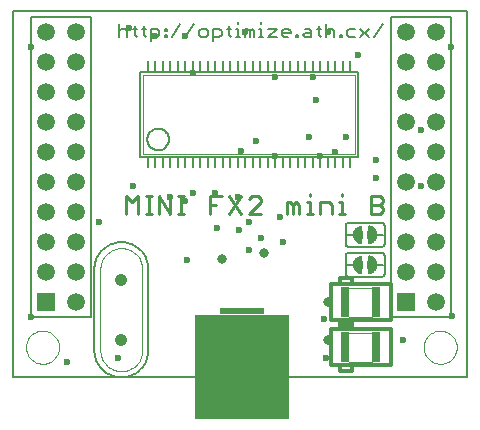
<source format=gbr>
G75*
G70*
%OFA0B0*%
%FSLAX24Y24*%
%IPPOS*%
%LPD*%
%AMOC8*
5,1,8,0,0,1.08239X$1,22.5*
%
%ADD10C,0.0079*%
%ADD11C,0.0110*%
%ADD12C,0.0080*%
%ADD13C,0.0000*%
%ADD14C,0.0060*%
%ADD15C,0.0020*%
%ADD16R,0.0080X0.0330*%
%ADD17C,0.0413*%
%ADD18C,0.0040*%
%ADD19R,0.0295X0.1024*%
%ADD20C,0.0120*%
%ADD21R,0.0591X0.0591*%
%ADD22C,0.0591*%
%ADD23C,0.0050*%
%ADD24R,0.3150X0.3504*%
%ADD25R,0.1496X0.0236*%
%ADD26C,0.0236*%
%ADD27C,0.0315*%
D10*
X002711Y001532D02*
X002711Y013737D01*
X017869Y013737D01*
X017869Y001532D01*
X002711Y001532D01*
D11*
X006502Y006966D02*
X006502Y007556D01*
X006699Y007360D01*
X006896Y007556D01*
X006896Y006966D01*
X007147Y006966D02*
X007344Y006966D01*
X007245Y006966D02*
X007245Y007556D01*
X007147Y007556D02*
X007344Y007556D01*
X007577Y007556D02*
X007970Y006966D01*
X007970Y007556D01*
X008221Y007556D02*
X008418Y007556D01*
X008320Y007556D02*
X008320Y006966D01*
X008418Y006966D02*
X008221Y006966D01*
X007577Y006966D02*
X007577Y007556D01*
X009295Y007556D02*
X009295Y006966D01*
X009295Y007261D02*
X009492Y007261D01*
X009295Y007556D02*
X009689Y007556D01*
X009940Y007556D02*
X010334Y006966D01*
X010584Y006966D02*
X010978Y007360D01*
X010978Y007458D01*
X010880Y007556D01*
X010683Y007556D01*
X010584Y007458D01*
X010334Y007556D02*
X009940Y006966D01*
X010584Y006966D02*
X010978Y006966D01*
X011873Y006966D02*
X011873Y007360D01*
X011972Y007360D01*
X012070Y007261D01*
X012169Y007360D01*
X012267Y007261D01*
X012267Y006966D01*
X012070Y006966D02*
X012070Y007261D01*
X012518Y007360D02*
X012616Y007360D01*
X012616Y006966D01*
X012518Y006966D02*
X012715Y006966D01*
X012948Y006966D02*
X012948Y007360D01*
X013243Y007360D01*
X013341Y007261D01*
X013341Y006966D01*
X013592Y006966D02*
X013789Y006966D01*
X013691Y006966D02*
X013691Y007360D01*
X013592Y007360D01*
X013691Y007556D02*
X013691Y007655D01*
X014666Y007556D02*
X014666Y006966D01*
X014962Y006966D01*
X015060Y007064D01*
X015060Y007163D01*
X014962Y007261D01*
X014666Y007261D01*
X014962Y007261D02*
X015060Y007360D01*
X015060Y007458D01*
X014962Y007556D01*
X014666Y007556D01*
X012616Y007556D02*
X012616Y007655D01*
D12*
X009394Y012735D02*
X009394Y013155D01*
X009604Y013155D01*
X009674Y013085D01*
X009674Y012945D01*
X009604Y012875D01*
X009394Y012875D01*
X009214Y012945D02*
X009214Y013085D01*
X009144Y013155D01*
X009004Y013155D01*
X008934Y013085D01*
X008934Y012945D01*
X009004Y012875D01*
X009144Y012875D01*
X009214Y012945D01*
X008753Y013295D02*
X008473Y012875D01*
X008293Y013295D02*
X008013Y012875D01*
X007853Y012875D02*
X007783Y012875D01*
X007783Y012945D01*
X007853Y012945D01*
X007853Y012875D01*
X007853Y013085D02*
X007783Y013085D01*
X007783Y013155D01*
X007853Y013155D01*
X007853Y013085D01*
X007603Y013085D02*
X007603Y012945D01*
X007533Y012875D01*
X007322Y012875D01*
X007322Y012735D02*
X007322Y013155D01*
X007533Y013155D01*
X007603Y013085D01*
X007156Y013155D02*
X007015Y013155D01*
X007086Y013225D02*
X007086Y012945D01*
X007156Y012875D01*
X006849Y012875D02*
X006779Y012945D01*
X006779Y013225D01*
X006709Y013155D02*
X006849Y013155D01*
X006528Y013085D02*
X006528Y012875D01*
X006528Y013085D02*
X006458Y013155D01*
X006318Y013155D01*
X006248Y013085D01*
X006248Y013295D02*
X006248Y012875D01*
X009854Y013155D02*
X009994Y013155D01*
X009924Y013225D02*
X009924Y012945D01*
X009994Y012875D01*
X010161Y012875D02*
X010301Y012875D01*
X010231Y012875D02*
X010231Y013155D01*
X010161Y013155D01*
X010231Y013295D02*
X010231Y013366D01*
X010468Y013155D02*
X010538Y013155D01*
X010608Y013085D01*
X010678Y013155D01*
X010748Y013085D01*
X010748Y012875D01*
X010608Y012875D02*
X010608Y013085D01*
X010468Y013155D02*
X010468Y012875D01*
X010928Y012875D02*
X011069Y012875D01*
X010998Y012875D02*
X010998Y013155D01*
X010928Y013155D01*
X010998Y013295D02*
X010998Y013366D01*
X011235Y013155D02*
X011516Y013155D01*
X011235Y012875D01*
X011516Y012875D01*
X011696Y012945D02*
X011696Y013085D01*
X011766Y013155D01*
X011906Y013155D01*
X011976Y013085D01*
X011976Y013015D01*
X011696Y013015D01*
X011696Y012945D02*
X011766Y012875D01*
X011906Y012875D01*
X012156Y012875D02*
X012226Y012875D01*
X012226Y012945D01*
X012156Y012945D01*
X012156Y012875D01*
X012386Y012945D02*
X012456Y013015D01*
X012666Y013015D01*
X012666Y013085D02*
X012666Y012875D01*
X012456Y012875D01*
X012386Y012945D01*
X012456Y013155D02*
X012596Y013155D01*
X012666Y013085D01*
X012847Y013155D02*
X012987Y013155D01*
X012917Y013225D02*
X012917Y012945D01*
X012987Y012875D01*
X013153Y012875D02*
X013153Y013295D01*
X013223Y013155D02*
X013364Y013155D01*
X013434Y013085D01*
X013434Y012875D01*
X013614Y012875D02*
X013684Y012875D01*
X013684Y012945D01*
X013614Y012945D01*
X013614Y012875D01*
X013844Y012945D02*
X013914Y012875D01*
X014124Y012875D01*
X014304Y012875D02*
X014585Y013155D01*
X014585Y012875D02*
X014304Y013155D01*
X014124Y013155D02*
X013914Y013155D01*
X013844Y013085D01*
X013844Y012945D01*
X013223Y013155D02*
X013153Y013085D01*
X014765Y012875D02*
X015045Y013295D01*
D13*
X011044Y003322D02*
X011046Y003349D01*
X011052Y003375D01*
X011062Y003401D01*
X011076Y003424D01*
X011093Y003445D01*
X011114Y003463D01*
X011136Y003477D01*
X011161Y003489D01*
X011187Y003496D01*
X011214Y003499D01*
X011241Y003498D01*
X011268Y003493D01*
X011293Y003484D01*
X011317Y003471D01*
X011339Y003454D01*
X011358Y003435D01*
X011373Y003412D01*
X011385Y003388D01*
X011393Y003362D01*
X011397Y003336D01*
X011397Y003308D01*
X011393Y003282D01*
X011385Y003256D01*
X011373Y003232D01*
X011358Y003209D01*
X011339Y003190D01*
X011317Y003173D01*
X011293Y003160D01*
X011268Y003151D01*
X011241Y003146D01*
X011214Y003145D01*
X011187Y003148D01*
X011161Y003155D01*
X011136Y003167D01*
X011114Y003181D01*
X011093Y003199D01*
X011076Y003220D01*
X011062Y003243D01*
X011052Y003269D01*
X011046Y003295D01*
X011044Y003322D01*
X009312Y003322D02*
X009314Y003349D01*
X009320Y003375D01*
X009330Y003401D01*
X009344Y003424D01*
X009361Y003445D01*
X009382Y003463D01*
X009404Y003477D01*
X009429Y003489D01*
X009455Y003496D01*
X009482Y003499D01*
X009509Y003498D01*
X009536Y003493D01*
X009561Y003484D01*
X009585Y003471D01*
X009607Y003454D01*
X009626Y003435D01*
X009641Y003412D01*
X009653Y003388D01*
X009661Y003362D01*
X009665Y003336D01*
X009665Y003308D01*
X009661Y003282D01*
X009653Y003256D01*
X009641Y003232D01*
X009626Y003209D01*
X009607Y003190D01*
X009585Y003173D01*
X009561Y003160D01*
X009536Y003151D01*
X009509Y003146D01*
X009482Y003145D01*
X009455Y003148D01*
X009429Y003155D01*
X009404Y003167D01*
X009382Y003181D01*
X009361Y003199D01*
X009344Y003220D01*
X009330Y003243D01*
X009320Y003269D01*
X009314Y003295D01*
X009312Y003322D01*
X003160Y002532D02*
X003162Y002582D01*
X003169Y002632D01*
X003180Y002681D01*
X003196Y002728D01*
X003216Y002774D01*
X003240Y002818D01*
X003268Y002860D01*
X003300Y002899D01*
X003335Y002935D01*
X003373Y002967D01*
X003414Y002996D01*
X003458Y003021D01*
X003503Y003042D01*
X003550Y003059D01*
X003599Y003071D01*
X003648Y003079D01*
X003698Y003083D01*
X003749Y003082D01*
X003798Y003076D01*
X003848Y003066D01*
X003896Y003051D01*
X003942Y003032D01*
X003986Y003009D01*
X004029Y002982D01*
X004068Y002951D01*
X004105Y002917D01*
X004138Y002880D01*
X004168Y002839D01*
X004194Y002797D01*
X004216Y002752D01*
X004234Y002705D01*
X004248Y002656D01*
X004257Y002607D01*
X004261Y002557D01*
X004261Y002507D01*
X004257Y002457D01*
X004248Y002408D01*
X004234Y002359D01*
X004216Y002312D01*
X004194Y002267D01*
X004168Y002225D01*
X004138Y002184D01*
X004105Y002147D01*
X004068Y002113D01*
X004029Y002082D01*
X003987Y002055D01*
X003942Y002032D01*
X003896Y002013D01*
X003848Y001998D01*
X003798Y001988D01*
X003749Y001982D01*
X003698Y001981D01*
X003648Y001985D01*
X003599Y001993D01*
X003550Y002005D01*
X003503Y002022D01*
X003458Y002043D01*
X003414Y002068D01*
X003373Y002097D01*
X003335Y002129D01*
X003300Y002165D01*
X003268Y002204D01*
X003240Y002246D01*
X003216Y002290D01*
X003196Y002336D01*
X003180Y002383D01*
X003169Y002432D01*
X003162Y002482D01*
X003160Y002532D01*
X016410Y002532D02*
X016412Y002582D01*
X016419Y002632D01*
X016430Y002681D01*
X016446Y002728D01*
X016466Y002774D01*
X016490Y002818D01*
X016518Y002860D01*
X016550Y002899D01*
X016585Y002935D01*
X016623Y002967D01*
X016664Y002996D01*
X016708Y003021D01*
X016753Y003042D01*
X016800Y003059D01*
X016849Y003071D01*
X016898Y003079D01*
X016948Y003083D01*
X016999Y003082D01*
X017048Y003076D01*
X017098Y003066D01*
X017146Y003051D01*
X017192Y003032D01*
X017236Y003009D01*
X017279Y002982D01*
X017318Y002951D01*
X017355Y002917D01*
X017388Y002880D01*
X017418Y002839D01*
X017444Y002797D01*
X017466Y002752D01*
X017484Y002705D01*
X017498Y002656D01*
X017507Y002607D01*
X017511Y002557D01*
X017511Y002507D01*
X017507Y002457D01*
X017498Y002408D01*
X017484Y002359D01*
X017466Y002312D01*
X017444Y002267D01*
X017418Y002225D01*
X017388Y002184D01*
X017355Y002147D01*
X017318Y002113D01*
X017279Y002082D01*
X017237Y002055D01*
X017192Y002032D01*
X017146Y002013D01*
X017098Y001998D01*
X017048Y001988D01*
X016999Y001982D01*
X016948Y001981D01*
X016898Y001985D01*
X016849Y001993D01*
X016800Y002005D01*
X016753Y002022D01*
X016708Y002043D01*
X016664Y002068D01*
X016623Y002097D01*
X016585Y002129D01*
X016550Y002165D01*
X016518Y002204D01*
X016490Y002246D01*
X016466Y002290D01*
X016446Y002336D01*
X016430Y002383D01*
X016419Y002432D01*
X016412Y002482D01*
X016410Y002532D01*
D14*
X015011Y004882D02*
X013911Y004882D01*
X013891Y004884D01*
X013873Y004890D01*
X013855Y004899D01*
X013840Y004911D01*
X013828Y004926D01*
X013819Y004944D01*
X013813Y004962D01*
X013811Y004982D01*
X013811Y005582D01*
X013813Y005602D01*
X013819Y005620D01*
X013828Y005638D01*
X013840Y005653D01*
X013855Y005665D01*
X013873Y005674D01*
X013891Y005680D01*
X013911Y005682D01*
X015011Y005682D01*
X015031Y005680D01*
X015049Y005674D01*
X015067Y005665D01*
X015082Y005653D01*
X015094Y005638D01*
X015103Y005620D01*
X015109Y005602D01*
X015111Y005582D01*
X015111Y004982D01*
X015109Y004962D01*
X015103Y004944D01*
X015094Y004926D01*
X015082Y004911D01*
X015067Y004899D01*
X015049Y004890D01*
X015031Y004884D01*
X015011Y004882D01*
X015061Y005282D02*
X014861Y005282D01*
X015011Y005882D02*
X013911Y005882D01*
X013891Y005884D01*
X013873Y005890D01*
X013855Y005899D01*
X013840Y005911D01*
X013828Y005926D01*
X013819Y005944D01*
X013813Y005962D01*
X013811Y005982D01*
X013811Y006582D01*
X013813Y006602D01*
X013819Y006620D01*
X013828Y006638D01*
X013840Y006653D01*
X013855Y006665D01*
X013873Y006674D01*
X013891Y006680D01*
X013911Y006682D01*
X015011Y006682D01*
X015031Y006680D01*
X015049Y006674D01*
X015067Y006665D01*
X015082Y006653D01*
X015094Y006638D01*
X015103Y006620D01*
X015109Y006602D01*
X015111Y006582D01*
X015111Y005982D01*
X015109Y005962D01*
X015103Y005944D01*
X015094Y005926D01*
X015082Y005911D01*
X015067Y005899D01*
X015049Y005890D01*
X015031Y005884D01*
X015011Y005882D01*
X015061Y006282D02*
X014861Y006282D01*
X014061Y006282D02*
X013861Y006282D01*
X013861Y005282D02*
X014061Y005282D01*
X014211Y008857D02*
X014211Y011707D01*
X006961Y011707D01*
X006961Y008857D01*
X014211Y008857D01*
X007201Y009457D02*
X007203Y009495D01*
X007209Y009533D01*
X007219Y009570D01*
X007233Y009606D01*
X007251Y009640D01*
X007272Y009672D01*
X007296Y009701D01*
X007324Y009728D01*
X007354Y009752D01*
X007387Y009772D01*
X007421Y009789D01*
X007457Y009802D01*
X007494Y009811D01*
X007532Y009816D01*
X007571Y009817D01*
X007609Y009814D01*
X007646Y009807D01*
X007683Y009796D01*
X007718Y009781D01*
X007752Y009762D01*
X007783Y009740D01*
X007812Y009715D01*
X007838Y009687D01*
X007861Y009656D01*
X007880Y009623D01*
X007896Y009588D01*
X007908Y009552D01*
X007916Y009514D01*
X007920Y009476D01*
X007920Y009438D01*
X007916Y009400D01*
X007908Y009362D01*
X007896Y009326D01*
X007880Y009291D01*
X007861Y009258D01*
X007838Y009227D01*
X007812Y009199D01*
X007783Y009174D01*
X007752Y009152D01*
X007718Y009133D01*
X007683Y009118D01*
X007646Y009107D01*
X007609Y009100D01*
X007571Y009097D01*
X007532Y009098D01*
X007494Y009103D01*
X007457Y009112D01*
X007421Y009125D01*
X007387Y009142D01*
X007354Y009162D01*
X007324Y009186D01*
X007296Y009213D01*
X007272Y009242D01*
X007251Y009274D01*
X007233Y009308D01*
X007219Y009344D01*
X007209Y009381D01*
X007203Y009419D01*
X007201Y009457D01*
X007236Y005132D02*
X007236Y002432D01*
X007234Y002373D01*
X007228Y002315D01*
X007219Y002256D01*
X007205Y002199D01*
X007188Y002143D01*
X007167Y002088D01*
X007143Y002034D01*
X007115Y001982D01*
X007084Y001932D01*
X007050Y001884D01*
X007013Y001839D01*
X006972Y001796D01*
X006929Y001755D01*
X006884Y001718D01*
X006836Y001684D01*
X006786Y001653D01*
X006734Y001625D01*
X006680Y001601D01*
X006625Y001580D01*
X006569Y001563D01*
X006512Y001549D01*
X006453Y001540D01*
X006395Y001534D01*
X006336Y001532D01*
X006277Y001534D01*
X006219Y001540D01*
X006160Y001549D01*
X006103Y001563D01*
X006047Y001580D01*
X005992Y001601D01*
X005938Y001625D01*
X005886Y001653D01*
X005836Y001684D01*
X005788Y001718D01*
X005743Y001755D01*
X005700Y001796D01*
X005659Y001839D01*
X005622Y001884D01*
X005588Y001932D01*
X005557Y001982D01*
X005529Y002034D01*
X005505Y002088D01*
X005484Y002143D01*
X005467Y002199D01*
X005453Y002256D01*
X005444Y002315D01*
X005438Y002373D01*
X005436Y002432D01*
X005436Y005132D01*
X005438Y005191D01*
X005444Y005249D01*
X005453Y005308D01*
X005467Y005365D01*
X005484Y005421D01*
X005505Y005476D01*
X005529Y005530D01*
X005557Y005582D01*
X005588Y005632D01*
X005622Y005680D01*
X005659Y005725D01*
X005700Y005768D01*
X005743Y005809D01*
X005788Y005846D01*
X005836Y005880D01*
X005886Y005911D01*
X005938Y005939D01*
X005992Y005963D01*
X006047Y005984D01*
X006103Y006001D01*
X006160Y006015D01*
X006219Y006024D01*
X006277Y006030D01*
X006336Y006032D01*
X006395Y006030D01*
X006453Y006024D01*
X006512Y006015D01*
X006569Y006001D01*
X006625Y005984D01*
X006680Y005963D01*
X006734Y005939D01*
X006786Y005911D01*
X006836Y005880D01*
X006884Y005846D01*
X006929Y005809D01*
X006972Y005768D01*
X007013Y005725D01*
X007050Y005680D01*
X007084Y005632D01*
X007115Y005582D01*
X007143Y005530D01*
X007167Y005476D01*
X007188Y005421D01*
X007205Y005365D01*
X007219Y005308D01*
X007228Y005249D01*
X007234Y005191D01*
X007236Y005132D01*
D15*
X007036Y005132D02*
X007036Y002432D01*
X007034Y002380D01*
X007028Y002328D01*
X007018Y002276D01*
X007005Y002226D01*
X006988Y002176D01*
X006967Y002128D01*
X006942Y002082D01*
X006914Y002038D01*
X006883Y001996D01*
X006849Y001956D01*
X006812Y001919D01*
X006772Y001885D01*
X006730Y001854D01*
X006686Y001826D01*
X006640Y001801D01*
X006592Y001780D01*
X006542Y001763D01*
X006492Y001750D01*
X006440Y001740D01*
X006388Y001734D01*
X006336Y001732D01*
X006284Y001734D01*
X006232Y001740D01*
X006180Y001750D01*
X006130Y001763D01*
X006080Y001780D01*
X006032Y001801D01*
X005986Y001826D01*
X005942Y001854D01*
X005900Y001885D01*
X005860Y001919D01*
X005823Y001956D01*
X005789Y001996D01*
X005758Y002038D01*
X005730Y002082D01*
X005705Y002128D01*
X005684Y002176D01*
X005667Y002226D01*
X005654Y002276D01*
X005644Y002328D01*
X005638Y002380D01*
X005636Y002432D01*
X005636Y005132D01*
X005638Y005184D01*
X005644Y005236D01*
X005654Y005288D01*
X005667Y005338D01*
X005684Y005388D01*
X005705Y005436D01*
X005730Y005482D01*
X005758Y005526D01*
X005789Y005568D01*
X005823Y005608D01*
X005860Y005645D01*
X005900Y005679D01*
X005942Y005710D01*
X005986Y005738D01*
X006032Y005763D01*
X006080Y005784D01*
X006130Y005801D01*
X006180Y005814D01*
X006232Y005824D01*
X006284Y005830D01*
X006336Y005832D01*
X006388Y005830D01*
X006440Y005824D01*
X006492Y005814D01*
X006542Y005801D01*
X006592Y005784D01*
X006640Y005763D01*
X006686Y005738D01*
X006730Y005710D01*
X006772Y005679D01*
X006812Y005645D01*
X006849Y005608D01*
X006883Y005568D01*
X006914Y005526D01*
X006942Y005482D01*
X006967Y005436D01*
X006988Y005388D01*
X007005Y005338D01*
X007018Y005288D01*
X007028Y005236D01*
X007034Y005184D01*
X007036Y005132D01*
X007061Y008957D02*
X007061Y011607D01*
X014111Y011607D01*
X014111Y008957D01*
X007061Y008957D01*
D16*
X007211Y008672D03*
X007461Y008672D03*
X007711Y008672D03*
X007961Y008672D03*
X008211Y008672D03*
X008461Y008672D03*
X008461Y008672D03*
X008711Y008672D03*
X008961Y008672D03*
X009211Y008672D03*
X009461Y008672D03*
X009461Y008672D03*
X009711Y008672D03*
X009961Y008672D03*
X010211Y008672D03*
X010461Y008672D03*
X010461Y008672D03*
X010711Y008672D03*
X010961Y008672D03*
X011211Y008672D03*
X011211Y008672D03*
X011461Y008672D03*
X011711Y008672D03*
X011961Y008672D03*
X012211Y008672D03*
X012211Y008672D03*
X012461Y008672D03*
X012711Y008672D03*
X012961Y008672D03*
X013211Y008672D03*
X013211Y008672D03*
X013461Y008672D03*
X013711Y008672D03*
X013961Y008672D03*
X013961Y011892D03*
X013711Y011892D03*
X013461Y011892D03*
X013211Y011892D03*
X012961Y011892D03*
X012711Y011892D03*
X012711Y011892D03*
X012461Y011892D03*
X012211Y011892D03*
X011961Y011892D03*
X011711Y011892D03*
X011711Y011892D03*
X011461Y011892D03*
X011211Y011892D03*
X010961Y011892D03*
X010711Y011892D03*
X010711Y011892D03*
X010461Y011892D03*
X010211Y011892D03*
X009961Y011892D03*
X009711Y011892D03*
X009711Y011892D03*
X009461Y011892D03*
X009211Y011892D03*
X008961Y011892D03*
X008711Y011892D03*
X008711Y011892D03*
X008461Y011892D03*
X008211Y011892D03*
X007961Y011892D03*
X007711Y011892D03*
X007461Y011892D03*
X007211Y011892D03*
D17*
X006336Y004782D03*
X006336Y002782D03*
D18*
X013934Y003022D02*
X014694Y003022D01*
X014694Y003542D02*
X013934Y003542D01*
X013934Y004522D02*
X014694Y004522D01*
X014694Y002042D02*
X013934Y002042D01*
D19*
X013791Y002534D03*
X014836Y002530D03*
X014836Y004030D03*
X013791Y004034D03*
D20*
X013614Y004632D02*
X013314Y004632D01*
X013314Y003432D01*
X013614Y003432D01*
X013614Y003232D01*
X014014Y003232D01*
X014014Y003432D01*
X015314Y003432D01*
X015314Y004632D01*
X014014Y004632D01*
X014014Y004832D01*
X013614Y004832D01*
X013614Y004632D01*
X014014Y004632D01*
X014014Y003432D02*
X013614Y003432D01*
X013614Y003332D02*
X013614Y003132D01*
X013314Y003132D01*
X013314Y001932D01*
X013614Y001932D01*
X013614Y001732D01*
X014014Y001732D01*
X014014Y001932D01*
X015314Y001932D01*
X015314Y003132D01*
X014014Y003132D01*
X014014Y003332D01*
X013614Y003332D01*
X013614Y003132D02*
X014014Y003132D01*
X014014Y001932D02*
X013614Y001932D01*
D21*
X015836Y004032D03*
X003836Y004032D03*
D22*
X004836Y004032D03*
X004836Y005032D03*
X003836Y005032D03*
X003836Y006032D03*
X004836Y006032D03*
X004836Y007032D03*
X003836Y007032D03*
X003836Y008032D03*
X004836Y008032D03*
X004836Y009032D03*
X003836Y009032D03*
X003836Y010032D03*
X004836Y010032D03*
X004836Y011032D03*
X003836Y011032D03*
X003836Y012032D03*
X004836Y012032D03*
X004836Y013032D03*
X003836Y013032D03*
X015836Y013032D03*
X016836Y013032D03*
X016836Y012032D03*
X015836Y012032D03*
X015836Y011032D03*
X016836Y011032D03*
X016836Y010032D03*
X015836Y010032D03*
X015836Y009032D03*
X016836Y009032D03*
X016836Y008032D03*
X015836Y008032D03*
X015836Y007032D03*
X016836Y007032D03*
X016836Y006032D03*
X015836Y006032D03*
X015836Y005032D03*
X016836Y005032D03*
X016836Y004032D03*
D23*
X017336Y003532D02*
X015336Y003532D01*
X015336Y013532D01*
X017336Y013532D01*
X017336Y003532D01*
X014585Y005009D02*
X014562Y005282D01*
X014562Y005282D01*
X014585Y005555D01*
X014586Y005556D01*
X014618Y005551D01*
X014650Y005542D01*
X014680Y005530D01*
X014708Y005514D01*
X014735Y005495D01*
X014759Y005473D01*
X014780Y005449D01*
X014798Y005422D01*
X014813Y005393D01*
X014824Y005362D01*
X014832Y005331D01*
X014836Y005298D01*
X014836Y005266D01*
X014832Y005233D01*
X014824Y005202D01*
X014813Y005171D01*
X014798Y005142D01*
X014780Y005115D01*
X014759Y005091D01*
X014735Y005069D01*
X014708Y005050D01*
X014680Y005034D01*
X014650Y005022D01*
X014618Y005013D01*
X014586Y005008D01*
X014586Y005055D01*
X014616Y005061D01*
X014645Y005070D01*
X014672Y005083D01*
X014697Y005099D01*
X014720Y005119D01*
X014741Y005141D01*
X014758Y005166D01*
X014771Y005194D01*
X014781Y005222D01*
X014787Y005252D01*
X014789Y005282D01*
X014787Y005312D01*
X014781Y005342D01*
X014771Y005370D01*
X014758Y005398D01*
X014741Y005423D01*
X014720Y005445D01*
X014697Y005465D01*
X014672Y005481D01*
X014645Y005494D01*
X014616Y005503D01*
X014586Y005509D01*
X014586Y005461D01*
X014611Y005456D01*
X014636Y005447D01*
X014658Y005435D01*
X014679Y005419D01*
X014698Y005401D01*
X014713Y005380D01*
X014726Y005357D01*
X014735Y005333D01*
X014740Y005308D01*
X014742Y005282D01*
X014740Y005256D01*
X014735Y005231D01*
X014726Y005207D01*
X014713Y005184D01*
X014698Y005163D01*
X014679Y005145D01*
X014658Y005129D01*
X014636Y005117D01*
X014611Y005108D01*
X014586Y005103D01*
X014586Y005150D01*
X014608Y005157D01*
X014629Y005167D01*
X014648Y005180D01*
X014664Y005196D01*
X014677Y005216D01*
X014687Y005237D01*
X014693Y005259D01*
X014695Y005282D01*
X014693Y005305D01*
X014687Y005327D01*
X014677Y005348D01*
X014664Y005368D01*
X014648Y005384D01*
X014629Y005397D01*
X014608Y005407D01*
X014586Y005414D01*
X014586Y005365D01*
X014603Y005358D01*
X014618Y005348D01*
X014631Y005334D01*
X014640Y005318D01*
X014646Y005300D01*
X014648Y005282D01*
X014646Y005264D01*
X014640Y005246D01*
X014631Y005230D01*
X014618Y005216D01*
X014603Y005206D01*
X014586Y005199D01*
X014584Y005250D01*
X014593Y005258D01*
X014599Y005270D01*
X014601Y005282D01*
X014599Y005294D01*
X014593Y005306D01*
X014584Y005314D01*
X014337Y005555D02*
X014360Y005282D01*
X014360Y005282D01*
X014337Y005009D01*
X014336Y005008D01*
X014304Y005013D01*
X014272Y005022D01*
X014242Y005034D01*
X014214Y005050D01*
X014187Y005069D01*
X014163Y005091D01*
X014142Y005115D01*
X014124Y005142D01*
X014109Y005171D01*
X014098Y005202D01*
X014090Y005233D01*
X014086Y005266D01*
X014086Y005298D01*
X014090Y005331D01*
X014098Y005362D01*
X014109Y005393D01*
X014124Y005422D01*
X014142Y005449D01*
X014163Y005473D01*
X014187Y005495D01*
X014214Y005514D01*
X014242Y005530D01*
X014272Y005542D01*
X014304Y005551D01*
X014336Y005556D01*
X014336Y005509D01*
X014306Y005503D01*
X014277Y005494D01*
X014250Y005481D01*
X014225Y005465D01*
X014202Y005445D01*
X014181Y005423D01*
X014164Y005398D01*
X014151Y005370D01*
X014141Y005342D01*
X014135Y005312D01*
X014133Y005282D01*
X014135Y005252D01*
X014141Y005222D01*
X014151Y005194D01*
X014164Y005166D01*
X014181Y005141D01*
X014202Y005119D01*
X014225Y005099D01*
X014250Y005083D01*
X014277Y005070D01*
X014306Y005061D01*
X014336Y005055D01*
X014336Y005103D01*
X014311Y005108D01*
X014286Y005117D01*
X014264Y005129D01*
X014243Y005145D01*
X014224Y005163D01*
X014209Y005184D01*
X014196Y005207D01*
X014187Y005231D01*
X014182Y005256D01*
X014180Y005282D01*
X014182Y005308D01*
X014187Y005333D01*
X014196Y005357D01*
X014209Y005380D01*
X014224Y005401D01*
X014243Y005419D01*
X014264Y005435D01*
X014286Y005447D01*
X014311Y005456D01*
X014336Y005461D01*
X014336Y005414D01*
X014314Y005407D01*
X014293Y005397D01*
X014274Y005384D01*
X014258Y005368D01*
X014245Y005348D01*
X014235Y005327D01*
X014229Y005305D01*
X014227Y005282D01*
X014229Y005259D01*
X014235Y005237D01*
X014245Y005216D01*
X014258Y005196D01*
X014274Y005180D01*
X014293Y005167D01*
X014314Y005157D01*
X014336Y005150D01*
X014336Y005199D01*
X014319Y005206D01*
X014304Y005216D01*
X014291Y005230D01*
X014282Y005246D01*
X014276Y005264D01*
X014274Y005282D01*
X014276Y005300D01*
X014282Y005318D01*
X014291Y005334D01*
X014304Y005348D01*
X014319Y005358D01*
X014336Y005365D01*
X014338Y005314D01*
X014329Y005306D01*
X014323Y005294D01*
X014321Y005282D01*
X014323Y005270D01*
X014329Y005258D01*
X014338Y005250D01*
X014337Y006555D02*
X014360Y006282D01*
X014360Y006282D01*
X014337Y006009D01*
X014336Y006008D01*
X014304Y006013D01*
X014272Y006022D01*
X014242Y006034D01*
X014214Y006050D01*
X014187Y006069D01*
X014163Y006091D01*
X014142Y006115D01*
X014124Y006142D01*
X014109Y006171D01*
X014098Y006202D01*
X014090Y006233D01*
X014086Y006266D01*
X014086Y006298D01*
X014090Y006331D01*
X014098Y006362D01*
X014109Y006393D01*
X014124Y006422D01*
X014142Y006449D01*
X014163Y006473D01*
X014187Y006495D01*
X014214Y006514D01*
X014242Y006530D01*
X014272Y006542D01*
X014304Y006551D01*
X014336Y006556D01*
X014336Y006509D01*
X014306Y006503D01*
X014277Y006494D01*
X014250Y006481D01*
X014225Y006465D01*
X014202Y006445D01*
X014181Y006423D01*
X014164Y006398D01*
X014151Y006370D01*
X014141Y006342D01*
X014135Y006312D01*
X014133Y006282D01*
X014135Y006252D01*
X014141Y006222D01*
X014151Y006194D01*
X014164Y006166D01*
X014181Y006141D01*
X014202Y006119D01*
X014225Y006099D01*
X014250Y006083D01*
X014277Y006070D01*
X014306Y006061D01*
X014336Y006055D01*
X014336Y006103D01*
X014311Y006108D01*
X014286Y006117D01*
X014264Y006129D01*
X014243Y006145D01*
X014224Y006163D01*
X014209Y006184D01*
X014196Y006207D01*
X014187Y006231D01*
X014182Y006256D01*
X014180Y006282D01*
X014182Y006308D01*
X014187Y006333D01*
X014196Y006357D01*
X014209Y006380D01*
X014224Y006401D01*
X014243Y006419D01*
X014264Y006435D01*
X014286Y006447D01*
X014311Y006456D01*
X014336Y006461D01*
X014336Y006414D01*
X014314Y006407D01*
X014293Y006397D01*
X014274Y006384D01*
X014258Y006368D01*
X014245Y006348D01*
X014235Y006327D01*
X014229Y006305D01*
X014227Y006282D01*
X014229Y006259D01*
X014235Y006237D01*
X014245Y006216D01*
X014258Y006196D01*
X014274Y006180D01*
X014293Y006167D01*
X014314Y006157D01*
X014336Y006150D01*
X014336Y006199D01*
X014319Y006206D01*
X014304Y006216D01*
X014291Y006230D01*
X014282Y006246D01*
X014276Y006264D01*
X014274Y006282D01*
X014276Y006300D01*
X014282Y006318D01*
X014291Y006334D01*
X014304Y006348D01*
X014319Y006358D01*
X014336Y006365D01*
X014338Y006314D01*
X014329Y006306D01*
X014323Y006294D01*
X014321Y006282D01*
X014323Y006270D01*
X014329Y006258D01*
X014338Y006250D01*
X014585Y006009D02*
X014562Y006282D01*
X014562Y006282D01*
X014585Y006555D01*
X014586Y006556D01*
X014618Y006551D01*
X014650Y006542D01*
X014680Y006530D01*
X014708Y006514D01*
X014735Y006495D01*
X014759Y006473D01*
X014780Y006449D01*
X014798Y006422D01*
X014813Y006393D01*
X014824Y006362D01*
X014832Y006331D01*
X014836Y006298D01*
X014836Y006266D01*
X014832Y006233D01*
X014824Y006202D01*
X014813Y006171D01*
X014798Y006142D01*
X014780Y006115D01*
X014759Y006091D01*
X014735Y006069D01*
X014708Y006050D01*
X014680Y006034D01*
X014650Y006022D01*
X014618Y006013D01*
X014586Y006008D01*
X014586Y006055D01*
X014616Y006061D01*
X014645Y006070D01*
X014672Y006083D01*
X014697Y006099D01*
X014720Y006119D01*
X014741Y006141D01*
X014758Y006166D01*
X014771Y006194D01*
X014781Y006222D01*
X014787Y006252D01*
X014789Y006282D01*
X014787Y006312D01*
X014781Y006342D01*
X014771Y006370D01*
X014758Y006398D01*
X014741Y006423D01*
X014720Y006445D01*
X014697Y006465D01*
X014672Y006481D01*
X014645Y006494D01*
X014616Y006503D01*
X014586Y006509D01*
X014586Y006461D01*
X014611Y006456D01*
X014636Y006447D01*
X014658Y006435D01*
X014679Y006419D01*
X014698Y006401D01*
X014713Y006380D01*
X014726Y006357D01*
X014735Y006333D01*
X014740Y006308D01*
X014742Y006282D01*
X014740Y006256D01*
X014735Y006231D01*
X014726Y006207D01*
X014713Y006184D01*
X014698Y006163D01*
X014679Y006145D01*
X014658Y006129D01*
X014636Y006117D01*
X014611Y006108D01*
X014586Y006103D01*
X014586Y006150D01*
X014608Y006157D01*
X014629Y006167D01*
X014648Y006180D01*
X014664Y006196D01*
X014677Y006216D01*
X014687Y006237D01*
X014693Y006259D01*
X014695Y006282D01*
X014693Y006305D01*
X014687Y006327D01*
X014677Y006348D01*
X014664Y006368D01*
X014648Y006384D01*
X014629Y006397D01*
X014608Y006407D01*
X014586Y006414D01*
X014586Y006365D01*
X014603Y006358D01*
X014618Y006348D01*
X014631Y006334D01*
X014640Y006318D01*
X014646Y006300D01*
X014648Y006282D01*
X014646Y006264D01*
X014640Y006246D01*
X014631Y006230D01*
X014618Y006216D01*
X014603Y006206D01*
X014586Y006199D01*
X014584Y006250D01*
X014593Y006258D01*
X014599Y006270D01*
X014601Y006282D01*
X014599Y006294D01*
X014593Y006306D01*
X014584Y006314D01*
X005336Y003532D02*
X003336Y003532D01*
X003336Y013532D01*
X005336Y013532D01*
X005336Y003532D01*
D24*
X010355Y001866D03*
D25*
X010355Y003736D03*
D26*
X008532Y005428D03*
X009515Y006510D03*
X010260Y006434D03*
X010585Y006699D03*
X010996Y006172D03*
X010585Y005764D03*
X011711Y006032D03*
X011631Y006867D03*
X010211Y007532D03*
X009461Y007657D03*
X008711Y007657D03*
X008461Y007407D03*
X007961Y007532D03*
X006711Y007907D03*
X005594Y006714D03*
X003336Y003532D03*
X004533Y002032D03*
X006211Y002157D03*
X013152Y002180D03*
X013093Y003459D03*
X015711Y002782D03*
X017363Y003559D03*
X016336Y007907D03*
X014836Y008157D03*
X014836Y008782D03*
X013836Y009532D03*
X013461Y009032D03*
X012947Y008914D03*
X012586Y009532D03*
X011461Y008907D03*
X010836Y009407D03*
X010339Y009061D03*
X012836Y010782D03*
X012711Y011532D03*
X011461Y011532D03*
X010461Y013032D03*
X008711Y011657D03*
X008461Y012907D03*
X007461Y012907D03*
X006586Y013157D03*
X003336Y012532D03*
X013211Y013032D03*
X014211Y012282D03*
X017336Y012532D03*
X016336Y009782D03*
D27*
X011077Y005666D03*
X009699Y005469D03*
X013211Y004032D03*
X013211Y002782D03*
M02*

</source>
